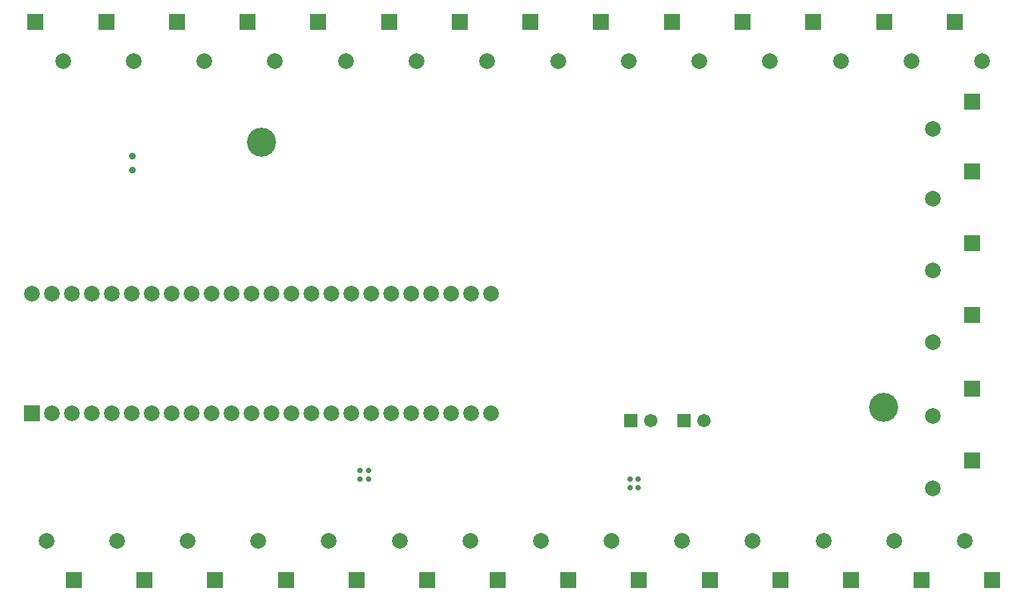
<source format=gbs>
G04*
G04 #@! TF.GenerationSoftware,Altium Limited,Altium Designer,22.10.1 (41)*
G04*
G04 Layer_Color=16711935*
%FSLAX25Y25*%
%MOIN*%
G70*
G04*
G04 #@! TF.SameCoordinates,B9BD54E3-EECD-4B20-9C05-BBB2DA08042D*
G04*
G04*
G04 #@! TF.FilePolarity,Negative*
G04*
G01*
G75*
%ADD85C,0.07887*%
%ADD86C,0.14580*%
%ADD87R,0.07887X0.07887*%
%ADD88R,0.07887X0.07887*%
%ADD89R,0.06706X0.06706*%
%ADD90C,0.06706*%
%ADD91C,0.02769*%
%ADD107C,0.03500*%
D85*
X219000Y208500D02*
D03*
X209000D02*
D03*
X169000D02*
D03*
X159000D02*
D03*
X149000D02*
D03*
X139000D02*
D03*
X339000Y268500D02*
D03*
X329000D02*
D03*
X319000D02*
D03*
X309000D02*
D03*
X299000D02*
D03*
X289000D02*
D03*
X279000D02*
D03*
X269000D02*
D03*
X259000D02*
D03*
X119000Y208500D02*
D03*
X129000D02*
D03*
X179000D02*
D03*
X189000D02*
D03*
X199000D02*
D03*
X229000D02*
D03*
X239000D02*
D03*
X249000D02*
D03*
X259000D02*
D03*
X269000D02*
D03*
X279000D02*
D03*
X289000D02*
D03*
X299000D02*
D03*
X309000D02*
D03*
X319000D02*
D03*
X329000D02*
D03*
X339000D02*
D03*
X249000Y268500D02*
D03*
X239000D02*
D03*
X229000D02*
D03*
X219000D02*
D03*
X209000D02*
D03*
X199000D02*
D03*
X189000D02*
D03*
X179000D02*
D03*
X169000D02*
D03*
X159000D02*
D03*
X149000D02*
D03*
X139000D02*
D03*
X129000D02*
D03*
X119000D02*
D03*
X109000D02*
D03*
X116110Y144685D02*
D03*
X560157Y351110D02*
D03*
X584890Y385157D02*
D03*
X469956Y144685D02*
D03*
X328418D02*
D03*
X560157Y316110D02*
D03*
X549465Y385157D02*
D03*
X505341Y144685D02*
D03*
X151495D02*
D03*
X363803D02*
D03*
X560157Y244110D02*
D03*
X514040Y385157D02*
D03*
X540726Y144685D02*
D03*
X186880D02*
D03*
X399187D02*
D03*
X560157Y207110D02*
D03*
X478616Y385157D02*
D03*
X576110Y144685D02*
D03*
X222264D02*
D03*
X560157Y280110D02*
D03*
X266068Y385157D02*
D03*
X443191D02*
D03*
X407766D02*
D03*
X434572Y144685D02*
D03*
X257649D02*
D03*
X372342Y385157D02*
D03*
X293033Y144685D02*
D03*
X336917Y385157D02*
D03*
X301493D02*
D03*
X560157Y171000D02*
D03*
X124369Y385157D02*
D03*
X195219D02*
D03*
X230643D02*
D03*
X159794D02*
D03*
D86*
X535500Y211500D02*
D03*
X224000Y344500D02*
D03*
D87*
X109000Y208500D02*
D03*
X579843Y364890D02*
D03*
Y329890D02*
D03*
Y257890D02*
D03*
Y220890D02*
D03*
Y293890D02*
D03*
Y184780D02*
D03*
D88*
X129890Y125000D02*
D03*
X571110Y404843D02*
D03*
X483736Y125000D02*
D03*
X342197D02*
D03*
X535686Y404843D02*
D03*
X519121Y125000D02*
D03*
X165274D02*
D03*
X377582D02*
D03*
X500261Y404843D02*
D03*
X554505Y125000D02*
D03*
X200659D02*
D03*
X412967D02*
D03*
X464836Y404843D02*
D03*
X589890Y125000D02*
D03*
X236044D02*
D03*
X252288Y404843D02*
D03*
X429412D02*
D03*
X393987D02*
D03*
X448351Y125000D02*
D03*
X271428D02*
D03*
X358562Y404843D02*
D03*
X306813Y125000D02*
D03*
X323138Y404843D02*
D03*
X287713D02*
D03*
X110590D02*
D03*
X181439D02*
D03*
X216864D02*
D03*
X146014D02*
D03*
D89*
X435500Y205000D02*
D03*
X409000D02*
D03*
D90*
X445500D02*
D03*
X419000D02*
D03*
D91*
X273106Y180002D02*
D03*
X277436D02*
D03*
X273106Y175672D02*
D03*
X277436D02*
D03*
X408335Y175665D02*
D03*
X412665D02*
D03*
X408335Y171335D02*
D03*
X412665D02*
D03*
D107*
X159047Y337420D02*
D03*
Y330620D02*
D03*
M02*

</source>
